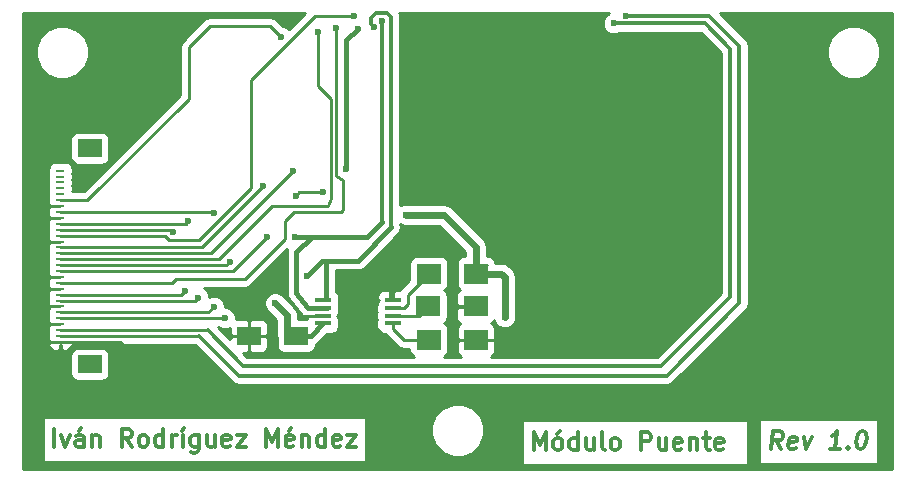
<source format=gbr>
G04 #@! TF.FileFunction,Copper,L1,Top,Signal*
%FSLAX46Y46*%
G04 Gerber Fmt 4.6, Leading zero omitted, Abs format (unit mm)*
G04 Created by KiCad (PCBNEW 4.0.7-e2-6376~60~ubuntu17.10.1) date Wed Mar 21 11:42:29 2018*
%MOMM*%
%LPD*%
G01*
G04 APERTURE LIST*
%ADD10C,0.100000*%
%ADD11C,0.300000*%
%ADD12R,2.000000X1.600000*%
%ADD13R,1.450000X0.450000*%
%ADD14R,2.000000X1.700000*%
%ADD15R,0.800000X0.200000*%
%ADD16R,2.000000X1.500000*%
%ADD17C,0.600000*%
%ADD18C,0.250000*%
%ADD19C,0.400000*%
%ADD20C,0.600000*%
%ADD21C,0.254000*%
G04 APERTURE END LIST*
D10*
D11*
X65012117Y2557389D02*
X64601402Y3271674D01*
X64154974Y2557389D02*
X64342474Y4057389D01*
X64913902Y4057389D01*
X65047831Y3985960D01*
X65110330Y3914531D01*
X65163902Y3771674D01*
X65137117Y3557389D01*
X65047830Y3414531D01*
X64967474Y3343103D01*
X64815687Y3271674D01*
X64244259Y3271674D01*
X66235330Y2628817D02*
X66083545Y2557389D01*
X65797831Y2557389D01*
X65663902Y2628817D01*
X65610330Y2771674D01*
X65681759Y3343103D01*
X65771045Y3485960D01*
X65922831Y3557389D01*
X66208545Y3557389D01*
X66342473Y3485960D01*
X66396045Y3343103D01*
X66378188Y3200246D01*
X65646045Y3057389D01*
X66922831Y3557389D02*
X67154974Y2557389D01*
X67637116Y3557389D01*
X70012116Y2557389D02*
X69154973Y2557389D01*
X69583545Y2557389D02*
X69771045Y4057389D01*
X69601402Y3843103D01*
X69440687Y3700246D01*
X69288901Y3628817D01*
X70672830Y2700246D02*
X70735329Y2628817D01*
X70654973Y2557389D01*
X70592472Y2628817D01*
X70672830Y2700246D01*
X70654973Y2557389D01*
X71842473Y4057389D02*
X71985330Y4057389D01*
X72119258Y3985960D01*
X72181758Y3914531D01*
X72235330Y3771674D01*
X72271044Y3485960D01*
X72226401Y3128817D01*
X72119259Y2843103D01*
X72029973Y2700246D01*
X71949615Y2628817D01*
X71797830Y2557389D01*
X71654973Y2557389D01*
X71521044Y2628817D01*
X71458544Y2700246D01*
X71404973Y2843103D01*
X71369258Y3128817D01*
X71413901Y3485960D01*
X71521044Y3771674D01*
X71610329Y3914531D01*
X71690687Y3985960D01*
X71842473Y4057389D01*
X44072612Y2465949D02*
X44072612Y3965949D01*
X44572612Y2894520D01*
X45072612Y3965949D01*
X45072612Y2465949D01*
X46001184Y2465949D02*
X45858326Y2537377D01*
X45786898Y2608806D01*
X45715469Y2751663D01*
X45715469Y3180234D01*
X45786898Y3323091D01*
X45858326Y3394520D01*
X46001184Y3465949D01*
X46215469Y3465949D01*
X46358326Y3394520D01*
X46429755Y3323091D01*
X46501184Y3180234D01*
X46501184Y2751663D01*
X46429755Y2608806D01*
X46358326Y2537377D01*
X46215469Y2465949D01*
X46001184Y2465949D01*
X46286898Y4037377D02*
X46072612Y3823091D01*
X47786898Y2465949D02*
X47786898Y3965949D01*
X47786898Y2537377D02*
X47644041Y2465949D01*
X47358327Y2465949D01*
X47215469Y2537377D01*
X47144041Y2608806D01*
X47072612Y2751663D01*
X47072612Y3180234D01*
X47144041Y3323091D01*
X47215469Y3394520D01*
X47358327Y3465949D01*
X47644041Y3465949D01*
X47786898Y3394520D01*
X49144041Y3465949D02*
X49144041Y2465949D01*
X48501184Y3465949D02*
X48501184Y2680234D01*
X48572612Y2537377D01*
X48715470Y2465949D01*
X48929755Y2465949D01*
X49072612Y2537377D01*
X49144041Y2608806D01*
X50072613Y2465949D02*
X49929755Y2537377D01*
X49858327Y2680234D01*
X49858327Y3965949D01*
X50858327Y2465949D02*
X50715469Y2537377D01*
X50644041Y2608806D01*
X50572612Y2751663D01*
X50572612Y3180234D01*
X50644041Y3323091D01*
X50715469Y3394520D01*
X50858327Y3465949D01*
X51072612Y3465949D01*
X51215469Y3394520D01*
X51286898Y3323091D01*
X51358327Y3180234D01*
X51358327Y2751663D01*
X51286898Y2608806D01*
X51215469Y2537377D01*
X51072612Y2465949D01*
X50858327Y2465949D01*
X53144041Y2465949D02*
X53144041Y3965949D01*
X53715469Y3965949D01*
X53858327Y3894520D01*
X53929755Y3823091D01*
X54001184Y3680234D01*
X54001184Y3465949D01*
X53929755Y3323091D01*
X53858327Y3251663D01*
X53715469Y3180234D01*
X53144041Y3180234D01*
X55286898Y3465949D02*
X55286898Y2465949D01*
X54644041Y3465949D02*
X54644041Y2680234D01*
X54715469Y2537377D01*
X54858327Y2465949D01*
X55072612Y2465949D01*
X55215469Y2537377D01*
X55286898Y2608806D01*
X56572612Y2537377D02*
X56429755Y2465949D01*
X56144041Y2465949D01*
X56001184Y2537377D01*
X55929755Y2680234D01*
X55929755Y3251663D01*
X56001184Y3394520D01*
X56144041Y3465949D01*
X56429755Y3465949D01*
X56572612Y3394520D01*
X56644041Y3251663D01*
X56644041Y3108806D01*
X55929755Y2965949D01*
X57286898Y3465949D02*
X57286898Y2465949D01*
X57286898Y3323091D02*
X57358326Y3394520D01*
X57501184Y3465949D01*
X57715469Y3465949D01*
X57858326Y3394520D01*
X57929755Y3251663D01*
X57929755Y2465949D01*
X58429755Y3465949D02*
X59001184Y3465949D01*
X58644041Y3965949D02*
X58644041Y2680234D01*
X58715469Y2537377D01*
X58858327Y2465949D01*
X59001184Y2465949D01*
X60072612Y2537377D02*
X59929755Y2465949D01*
X59644041Y2465949D01*
X59501184Y2537377D01*
X59429755Y2680234D01*
X59429755Y3251663D01*
X59501184Y3394520D01*
X59644041Y3465949D01*
X59929755Y3465949D01*
X60072612Y3394520D01*
X60144041Y3251663D01*
X60144041Y3108806D01*
X59429755Y2965949D01*
X3480754Y2735189D02*
X3480754Y4235189D01*
X4052183Y3735189D02*
X4409326Y2735189D01*
X4766468Y3735189D01*
X5980754Y2735189D02*
X5980754Y3520903D01*
X5909325Y3663760D01*
X5766468Y3735189D01*
X5480754Y3735189D01*
X5337897Y3663760D01*
X5980754Y2806617D02*
X5837897Y2735189D01*
X5480754Y2735189D01*
X5337897Y2806617D01*
X5266468Y2949474D01*
X5266468Y3092331D01*
X5337897Y3235189D01*
X5480754Y3306617D01*
X5837897Y3306617D01*
X5980754Y3378046D01*
X5766468Y4306617D02*
X5552183Y4092331D01*
X6695040Y3735189D02*
X6695040Y2735189D01*
X6695040Y3592331D02*
X6766468Y3663760D01*
X6909326Y3735189D01*
X7123611Y3735189D01*
X7266468Y3663760D01*
X7337897Y3520903D01*
X7337897Y2735189D01*
X10052183Y2735189D02*
X9552183Y3449474D01*
X9195040Y2735189D02*
X9195040Y4235189D01*
X9766468Y4235189D01*
X9909326Y4163760D01*
X9980754Y4092331D01*
X10052183Y3949474D01*
X10052183Y3735189D01*
X9980754Y3592331D01*
X9909326Y3520903D01*
X9766468Y3449474D01*
X9195040Y3449474D01*
X10909326Y2735189D02*
X10766468Y2806617D01*
X10695040Y2878046D01*
X10623611Y3020903D01*
X10623611Y3449474D01*
X10695040Y3592331D01*
X10766468Y3663760D01*
X10909326Y3735189D01*
X11123611Y3735189D01*
X11266468Y3663760D01*
X11337897Y3592331D01*
X11409326Y3449474D01*
X11409326Y3020903D01*
X11337897Y2878046D01*
X11266468Y2806617D01*
X11123611Y2735189D01*
X10909326Y2735189D01*
X12695040Y2735189D02*
X12695040Y4235189D01*
X12695040Y2806617D02*
X12552183Y2735189D01*
X12266469Y2735189D01*
X12123611Y2806617D01*
X12052183Y2878046D01*
X11980754Y3020903D01*
X11980754Y3449474D01*
X12052183Y3592331D01*
X12123611Y3663760D01*
X12266469Y3735189D01*
X12552183Y3735189D01*
X12695040Y3663760D01*
X13409326Y2735189D02*
X13409326Y3735189D01*
X13409326Y3449474D02*
X13480754Y3592331D01*
X13552183Y3663760D01*
X13695040Y3735189D01*
X13837897Y3735189D01*
X14337897Y2735189D02*
X14337897Y3735189D01*
X14480754Y4306617D02*
X14266468Y4092331D01*
X15695040Y3735189D02*
X15695040Y2520903D01*
X15623611Y2378046D01*
X15552183Y2306617D01*
X15409326Y2235189D01*
X15195040Y2235189D01*
X15052183Y2306617D01*
X15695040Y2806617D02*
X15552183Y2735189D01*
X15266469Y2735189D01*
X15123611Y2806617D01*
X15052183Y2878046D01*
X14980754Y3020903D01*
X14980754Y3449474D01*
X15052183Y3592331D01*
X15123611Y3663760D01*
X15266469Y3735189D01*
X15552183Y3735189D01*
X15695040Y3663760D01*
X17052183Y3735189D02*
X17052183Y2735189D01*
X16409326Y3735189D02*
X16409326Y2949474D01*
X16480754Y2806617D01*
X16623612Y2735189D01*
X16837897Y2735189D01*
X16980754Y2806617D01*
X17052183Y2878046D01*
X18337897Y2806617D02*
X18195040Y2735189D01*
X17909326Y2735189D01*
X17766469Y2806617D01*
X17695040Y2949474D01*
X17695040Y3520903D01*
X17766469Y3663760D01*
X17909326Y3735189D01*
X18195040Y3735189D01*
X18337897Y3663760D01*
X18409326Y3520903D01*
X18409326Y3378046D01*
X17695040Y3235189D01*
X18909326Y3735189D02*
X19695040Y3735189D01*
X18909326Y2735189D01*
X19695040Y2735189D01*
X21409326Y2735189D02*
X21409326Y4235189D01*
X21909326Y3163760D01*
X22409326Y4235189D01*
X22409326Y2735189D01*
X23695040Y2806617D02*
X23552183Y2735189D01*
X23266469Y2735189D01*
X23123612Y2806617D01*
X23052183Y2949474D01*
X23052183Y3520903D01*
X23123612Y3663760D01*
X23266469Y3735189D01*
X23552183Y3735189D01*
X23695040Y3663760D01*
X23766469Y3520903D01*
X23766469Y3378046D01*
X23052183Y3235189D01*
X23552183Y4306617D02*
X23337898Y4092331D01*
X24409326Y3735189D02*
X24409326Y2735189D01*
X24409326Y3592331D02*
X24480754Y3663760D01*
X24623612Y3735189D01*
X24837897Y3735189D01*
X24980754Y3663760D01*
X25052183Y3520903D01*
X25052183Y2735189D01*
X26409326Y2735189D02*
X26409326Y4235189D01*
X26409326Y2806617D02*
X26266469Y2735189D01*
X25980755Y2735189D01*
X25837897Y2806617D01*
X25766469Y2878046D01*
X25695040Y3020903D01*
X25695040Y3449474D01*
X25766469Y3592331D01*
X25837897Y3663760D01*
X25980755Y3735189D01*
X26266469Y3735189D01*
X26409326Y3663760D01*
X27695040Y2806617D02*
X27552183Y2735189D01*
X27266469Y2735189D01*
X27123612Y2806617D01*
X27052183Y2949474D01*
X27052183Y3520903D01*
X27123612Y3663760D01*
X27266469Y3735189D01*
X27552183Y3735189D01*
X27695040Y3663760D01*
X27766469Y3520903D01*
X27766469Y3378046D01*
X27052183Y3235189D01*
X28266469Y3735189D02*
X29052183Y3735189D01*
X28266469Y2735189D01*
X29052183Y2735189D01*
D12*
X23960840Y12125960D03*
X19960840Y12125960D03*
D13*
X32114280Y13167720D03*
X32114280Y13817720D03*
X32114280Y14467720D03*
X32114280Y15117720D03*
X26214280Y15117720D03*
X26214280Y14467720D03*
X26214280Y13817720D03*
X26214280Y13167720D03*
D14*
X35185600Y17393920D03*
X39185600Y17393920D03*
X35144960Y14610080D03*
X39144960Y14610080D03*
X35185600Y11785600D03*
X39185600Y11785600D03*
D15*
X3987800Y11606960D03*
X3987800Y12106960D03*
X3987800Y12606960D03*
X3987800Y13106960D03*
X3987800Y13606960D03*
X3987800Y14106960D03*
X3987800Y14606960D03*
X3987800Y15106960D03*
X3987800Y15606960D03*
X3987800Y16106960D03*
X3987800Y16606960D03*
X3987800Y17106960D03*
X3987800Y17606960D03*
X3987800Y18106960D03*
X3987800Y18606960D03*
X3987800Y19106960D03*
X3987800Y19606960D03*
X3987800Y20106960D03*
X3987800Y20606960D03*
X3987800Y21106960D03*
X3987800Y21606960D03*
X3987800Y22106960D03*
X3987800Y22606960D03*
X3987800Y23106960D03*
X3987800Y23606960D03*
X3987800Y24106960D03*
X3987800Y24606960D03*
X3987800Y25106960D03*
X3987800Y25606960D03*
X3987800Y26106960D03*
D16*
X6487800Y9706960D03*
X6487800Y28006960D03*
D17*
X18724880Y15250160D03*
X9956800Y10688320D03*
X34076640Y20421600D03*
X51917600Y39237920D03*
X50840640Y38582600D03*
X17922240Y13609320D03*
X15666720Y15361920D03*
X14508480Y15935960D03*
X31211520Y38780720D03*
X23876000Y20502880D03*
X21518880Y20523200D03*
X30525720Y38247320D03*
X18308320Y18409920D03*
X24856440Y17216120D03*
X23713440Y26095960D03*
X28209240Y26273760D03*
X29179520Y38140640D03*
X26228040Y24277320D03*
X23906480Y23972520D03*
X21163280Y24810720D03*
X28849320Y39176960D03*
X14798040Y21803360D03*
X41620440Y13685520D03*
X22174200Y14889480D03*
X33279080Y22372320D03*
X16977360Y22545040D03*
X22697440Y37409120D03*
X16987520Y14589760D03*
X27340560Y38201600D03*
X13487400Y20878800D03*
X25786080Y37810440D03*
D18*
X9038160Y11606960D02*
X9956800Y10688320D01*
X3987800Y11606960D02*
X5157040Y11606960D01*
X5157040Y11606960D02*
X9038160Y11606960D01*
X31864280Y16047720D02*
X31864280Y15367720D01*
X31864280Y18209240D02*
X34076640Y20421600D01*
X31864280Y16047720D02*
X31864280Y18209240D01*
X31864280Y15367720D02*
X32114280Y15117720D01*
X26214280Y13817720D02*
X24399120Y13817720D01*
X24399120Y13817720D02*
X24063960Y14152880D01*
X3987800Y11606960D02*
X2738960Y11606960D01*
X2738960Y11606960D02*
X2692400Y11653520D01*
X3987800Y13106960D02*
X2829000Y13106960D01*
X2829000Y13106960D02*
X2799080Y13136880D01*
X3987800Y14606960D02*
X2953440Y14606960D01*
X2953440Y14606960D02*
X2941320Y14594840D01*
X3987800Y16106960D02*
X2375720Y16106960D01*
X2375720Y16106960D02*
X2357120Y16088360D01*
X3987800Y17106960D02*
X2583240Y17106960D01*
X2583240Y17106960D02*
X2570480Y17094200D01*
X3987800Y20106960D02*
X2169480Y20106960D01*
X2169480Y20106960D02*
X2143760Y20081240D01*
X3987800Y22106960D02*
X2955360Y22106960D01*
X2955360Y22106960D02*
X2865120Y22016720D01*
X3987800Y23106960D02*
X3030800Y23106960D01*
X3030800Y23106960D02*
X3012440Y23088600D01*
X3987800Y12106960D02*
X15731440Y12106960D01*
X51937920Y39217600D02*
X51917600Y39237920D01*
D11*
X58928000Y39217600D02*
X51937920Y39217600D01*
X61468000Y36677600D02*
X58928000Y39217600D01*
X61468000Y14904720D02*
X61468000Y36677600D01*
X55311040Y8747760D02*
X61468000Y14904720D01*
X19090640Y8747760D02*
X55311040Y8747760D01*
X15731440Y12106960D02*
X19090640Y8747760D01*
D18*
X3987800Y12606960D02*
X16450640Y12606960D01*
D11*
X58526680Y38582600D02*
X50840640Y38582600D01*
X60706000Y36403280D02*
X58526680Y38582600D01*
X60706000Y15438120D02*
X60706000Y36403280D01*
X54848760Y9580880D02*
X60706000Y15438120D01*
X19476720Y9580880D02*
X54848760Y9580880D01*
X16450640Y12606960D02*
X19476720Y9580880D01*
D18*
X3987800Y13606960D02*
X17919880Y13606960D01*
X17919880Y13606960D02*
X17922240Y13609320D01*
X15411760Y15106960D02*
X3987800Y15106960D01*
X15666720Y15361920D02*
X15411760Y15106960D01*
X3987800Y15606960D02*
X14179480Y15606960D01*
X14179480Y15606960D02*
X14508480Y15935960D01*
D19*
X26407120Y20462240D02*
X29107120Y20462240D01*
X29916120Y20462240D02*
X31211520Y21757640D01*
D11*
X31211520Y21757640D02*
X31211520Y38780720D01*
D19*
X29107120Y20462240D02*
X29916120Y20462240D01*
D18*
X3987800Y17606960D02*
X18602640Y17606960D01*
D19*
X23916640Y20462240D02*
X26407120Y20462240D01*
D18*
X23876000Y20502880D02*
X23916640Y20462240D01*
X18602640Y17606960D02*
X21518880Y20523200D01*
X26407120Y20462240D02*
X25257760Y20462240D01*
D19*
X24985980Y14470380D02*
X26522700Y14470380D01*
X23977600Y15727680D02*
X24985980Y14470380D01*
X23977600Y19182080D02*
X23977600Y15727680D01*
X25257760Y20462240D02*
X23977600Y19182080D01*
X26845260Y18491200D02*
X26131520Y18491200D01*
D18*
X26131520Y18491200D02*
X26447760Y18491200D01*
D19*
X26447760Y16064240D02*
X26447760Y15351200D01*
D18*
X26447760Y15351200D02*
X26214280Y15117720D01*
D19*
X26447760Y18491200D02*
X26845260Y18491200D01*
X26845260Y18491200D02*
X29147760Y18491200D01*
D11*
X30525720Y38247320D02*
X30251400Y38521640D01*
X30251400Y38521640D02*
X30251400Y39009320D01*
X30251400Y39009320D02*
X30678120Y39436040D01*
X30678120Y39436040D02*
X31638240Y39436040D01*
X31638240Y39436040D02*
X31983680Y39090600D01*
X31983680Y39090600D02*
X31983680Y21327120D01*
D19*
X31983680Y21327120D02*
X29147760Y18491200D01*
D18*
X3987800Y18106960D02*
X18005360Y18106960D01*
X18005360Y18106960D02*
X18308320Y18409920D01*
D19*
X24856440Y17216120D02*
X26131520Y18491200D01*
X26447760Y18491200D02*
X26447760Y16064240D01*
D18*
X26447760Y16064240D02*
X26464280Y16047720D01*
X3987800Y19106960D02*
X16724440Y19106960D01*
X16724440Y19106960D02*
X23713440Y26095960D01*
D19*
X28209240Y37170360D02*
X28209240Y26273760D01*
X29179520Y38140640D02*
X28209240Y37170360D01*
D18*
X3987800Y19606960D02*
X15959520Y19606960D01*
X24211280Y24277320D02*
X26228040Y24277320D01*
X23906480Y23972520D02*
X24211280Y24277320D01*
X15959520Y19606960D02*
X21163280Y24810720D01*
X3987800Y20606960D02*
X12804200Y20606960D01*
X25532080Y39176960D02*
X28849320Y39176960D01*
X20162520Y33807400D02*
X25532080Y39176960D01*
X20162520Y24638000D02*
X20162520Y33807400D01*
X15742920Y20218400D02*
X20162520Y24638000D01*
X13192760Y20218400D02*
X15742920Y20218400D01*
X12804200Y20606960D02*
X13192760Y20218400D01*
X3987800Y21606960D02*
X14601640Y21606960D01*
X14601640Y21606960D02*
X14798040Y21803360D01*
D20*
X41330880Y17393920D02*
X41620440Y17104360D01*
X39185600Y17393920D02*
X41330880Y17393920D01*
X23210840Y13852840D02*
X22174200Y14889480D01*
X41620440Y17104360D02*
X41620440Y13685520D01*
X23210840Y13852840D02*
X23210840Y12125960D01*
X39185600Y17393920D02*
X39185600Y19640800D01*
X36454080Y22372320D02*
X33279080Y22372320D01*
X39185600Y19640800D02*
X36454080Y22372320D01*
D19*
X23960840Y12125960D02*
X25172520Y12125960D01*
X25172520Y12125960D02*
X26214280Y13167720D01*
D18*
X3987800Y22606960D02*
X16915440Y22606960D01*
X16915440Y22606960D02*
X16977360Y22545040D01*
X38535600Y17393920D02*
X39375080Y17393920D01*
X39375080Y17393920D02*
X40106600Y18125440D01*
X3987800Y23606960D02*
X6279080Y23606960D01*
X21767800Y38338760D02*
X22697440Y37409120D01*
X16631920Y38338760D02*
X21767800Y38338760D01*
X14874240Y36581080D02*
X16631920Y38338760D01*
X14874240Y32202120D02*
X14874240Y36581080D01*
X6279080Y23606960D02*
X14874240Y32202120D01*
X32114280Y13167720D02*
X32114280Y12711640D01*
X33040320Y11785600D02*
X35185600Y11785600D01*
X32114280Y12711640D02*
X33040320Y11785600D01*
X35627320Y11993880D02*
X35835600Y11785600D01*
X32114280Y13817720D02*
X34352600Y13817720D01*
X34352600Y13817720D02*
X35144960Y14610080D01*
X35342840Y14157960D02*
X35794960Y14610080D01*
X32114280Y14467720D02*
X33042740Y14467720D01*
X33398460Y15606780D02*
X35185600Y17393920D01*
X33398460Y14823440D02*
X33398460Y15606780D01*
X33042740Y14467720D02*
X33398460Y14823440D01*
X3987800Y14106960D02*
X16504720Y14106960D01*
X16504720Y14106960D02*
X16987520Y14589760D01*
X27538680Y22580600D02*
X27736800Y22580600D01*
X13457360Y16606960D02*
X13776960Y16926560D01*
X13776960Y16926560D02*
X19588480Y16926560D01*
X19588480Y16926560D02*
X22997160Y20335240D01*
X22997160Y20335240D02*
X22997160Y21833840D01*
X22997160Y21833840D02*
X23743920Y22580600D01*
X23743920Y22580600D02*
X27538680Y22580600D01*
X3987800Y16606960D02*
X13457360Y16606960D01*
X27340560Y25674320D02*
X27340560Y38201600D01*
X27950160Y25308560D02*
X27340560Y25674320D01*
X27950160Y22793960D02*
X27950160Y25308560D01*
X27736800Y22580600D02*
X27950160Y22793960D01*
X3987800Y21106960D02*
X13259240Y21106960D01*
X13259240Y21106960D02*
X13487400Y20878800D01*
X3987800Y18606960D02*
X17408080Y18606960D01*
X25786080Y33284160D02*
X25786080Y37810440D01*
X26863040Y32146240D02*
X25786080Y33284160D01*
X26863040Y23774400D02*
X26863040Y32146240D01*
X26639520Y23124160D02*
X26863040Y23774400D01*
X21925280Y23124160D02*
X26639520Y23124160D01*
X17408080Y18606960D02*
X21925280Y23124160D01*
D21*
G36*
X23354588Y38074270D02*
X23227767Y38201312D01*
X22884239Y38343958D01*
X22837364Y38343999D01*
X22305201Y38876161D01*
X22058639Y39040908D01*
X21767800Y39098760D01*
X16631920Y39098760D01*
X16341081Y39040908D01*
X16094519Y38876161D01*
X14336839Y37118481D01*
X14172092Y36871919D01*
X14114240Y36581080D01*
X14114240Y32516922D01*
X5964278Y24366960D01*
X5006889Y24366960D01*
X5035240Y24506960D01*
X5035240Y24706960D01*
X5005979Y24862467D01*
X5035240Y25006960D01*
X5035240Y25206960D01*
X5005979Y25362467D01*
X5035240Y25506960D01*
X5035240Y25706960D01*
X5005979Y25862467D01*
X5035240Y26006960D01*
X5035240Y26206960D01*
X4990962Y26442277D01*
X4851890Y26658401D01*
X4639690Y26803391D01*
X4387800Y26854400D01*
X3587800Y26854400D01*
X3352483Y26810122D01*
X3136359Y26671050D01*
X2991369Y26458850D01*
X2940360Y26206960D01*
X2940360Y26006960D01*
X2969621Y25851453D01*
X2940360Y25706960D01*
X2940360Y25506960D01*
X2969621Y25351453D01*
X2940360Y25206960D01*
X2940360Y25006960D01*
X2969621Y24851453D01*
X2940360Y24706960D01*
X2940360Y24506960D01*
X2969621Y24351453D01*
X2940360Y24206960D01*
X2940360Y24006960D01*
X2969621Y23851453D01*
X2940360Y23706960D01*
X2940360Y23506960D01*
X2966719Y23366873D01*
X2952800Y23333269D01*
X2952800Y23288710D01*
X3011298Y23230212D01*
X3091559Y23105483D01*
X3002002Y22974412D01*
X2952800Y22925210D01*
X2952800Y22880651D01*
X2968069Y22843789D01*
X2940360Y22706960D01*
X2940360Y22506960D01*
X2966719Y22366873D01*
X2952800Y22333269D01*
X2952800Y22288710D01*
X3011298Y22230212D01*
X3091559Y22105483D01*
X3002002Y21974412D01*
X2952800Y21925210D01*
X2952800Y21880651D01*
X2968069Y21843789D01*
X2940360Y21706960D01*
X2940360Y21506960D01*
X2969621Y21351453D01*
X2940360Y21206960D01*
X2940360Y21006960D01*
X2969621Y20851453D01*
X2940360Y20706960D01*
X2940360Y20506960D01*
X2966719Y20366873D01*
X2952800Y20333269D01*
X2952800Y20288710D01*
X3011298Y20230212D01*
X3091559Y20105483D01*
X3002002Y19974412D01*
X2952800Y19925210D01*
X2952800Y19880651D01*
X2968069Y19843789D01*
X2940360Y19706960D01*
X2940360Y19506960D01*
X2969621Y19351453D01*
X2940360Y19206960D01*
X2940360Y19006960D01*
X2969621Y18851453D01*
X2940360Y18706960D01*
X2940360Y18506960D01*
X2969621Y18351453D01*
X2940360Y18206960D01*
X2940360Y18006960D01*
X2969621Y17851453D01*
X2940360Y17706960D01*
X2940360Y17506960D01*
X2966719Y17366873D01*
X2952800Y17333269D01*
X2952800Y17288710D01*
X3011298Y17230212D01*
X3091559Y17105483D01*
X3002002Y16974412D01*
X2952800Y16925210D01*
X2952800Y16880651D01*
X2968069Y16843789D01*
X2940360Y16706960D01*
X2940360Y16506960D01*
X2966719Y16366873D01*
X2952800Y16333269D01*
X2952800Y16288710D01*
X3011298Y16230212D01*
X3091559Y16105483D01*
X3002002Y15974412D01*
X2952800Y15925210D01*
X2952800Y15880651D01*
X2968069Y15843789D01*
X2940360Y15706960D01*
X2940360Y15506960D01*
X2969621Y15351453D01*
X2940360Y15206960D01*
X2940360Y15006960D01*
X2966719Y14866873D01*
X2952800Y14833269D01*
X2952800Y14788710D01*
X3011298Y14730212D01*
X3091559Y14605483D01*
X3002002Y14474412D01*
X2952800Y14425210D01*
X2952800Y14380651D01*
X2968069Y14343789D01*
X2940360Y14206960D01*
X2940360Y14006960D01*
X2969621Y13851453D01*
X2940360Y13706960D01*
X2940360Y13506960D01*
X2966719Y13366873D01*
X2952800Y13333269D01*
X2952800Y13288710D01*
X3011298Y13230212D01*
X3091559Y13105483D01*
X3002002Y12974412D01*
X2952800Y12925210D01*
X2952800Y12880651D01*
X2968069Y12843789D01*
X2940360Y12706960D01*
X2940360Y12506960D01*
X2969621Y12351453D01*
X2940360Y12206960D01*
X2940360Y12006960D01*
X2966719Y11866873D01*
X2952800Y11833269D01*
X2952800Y11788710D01*
X3011298Y11730212D01*
X3107813Y11580223D01*
X2952800Y11425210D01*
X2952800Y11380651D01*
X3049473Y11147262D01*
X3228101Y10968633D01*
X3461490Y10871960D01*
X3806050Y10871960D01*
X3964800Y11030710D01*
X3964800Y11351535D01*
X3987800Y11346960D01*
X4010800Y11346960D01*
X4010800Y11030710D01*
X4169550Y10871960D01*
X4514110Y10871960D01*
X4747499Y10968633D01*
X4926127Y11147262D01*
X5008845Y11346960D01*
X15381282Y11346960D01*
X18535561Y8192681D01*
X18790233Y8022515D01*
X19090640Y7962760D01*
X55311040Y7962760D01*
X55611447Y8022515D01*
X55866119Y8192681D01*
X62023079Y14349641D01*
X62193245Y14604313D01*
X62253000Y14904720D01*
X62253000Y35694341D01*
X68904453Y35694341D01*
X69243995Y34872588D01*
X69872161Y34243324D01*
X70693321Y33902349D01*
X71582459Y33901573D01*
X72404212Y34241115D01*
X73033476Y34869281D01*
X73374451Y35690441D01*
X73375227Y36579579D01*
X73035685Y37401332D01*
X72407519Y38030596D01*
X71586359Y38371571D01*
X70697221Y38372347D01*
X69875468Y38032805D01*
X69246204Y37404639D01*
X68905229Y36583479D01*
X68904453Y35694341D01*
X62253000Y35694341D01*
X62253000Y36677600D01*
X62193245Y36978006D01*
X62023079Y37232679D01*
X59828798Y39426960D01*
X74429840Y39426960D01*
X74429840Y846960D01*
X849840Y846960D01*
X849840Y5248760D01*
X2488611Y5248760D01*
X2488611Y1428760D01*
X29901469Y1428760D01*
X29901469Y3694341D01*
X35404453Y3694341D01*
X35743995Y2872588D01*
X36372161Y2243324D01*
X37193321Y1902349D01*
X38082459Y1901573D01*
X38904212Y2241115D01*
X39533476Y2869281D01*
X39874451Y3690441D01*
X39875227Y4579579D01*
X39709975Y4979520D01*
X43080469Y4979520D01*
X43080469Y1159520D01*
X62207612Y1159520D01*
X62207612Y4979520D01*
X43080469Y4979520D01*
X39709975Y4979520D01*
X39672193Y5070960D01*
X63153902Y5070960D01*
X63153902Y1250960D01*
X73254258Y1250960D01*
X73254258Y5070960D01*
X63153902Y5070960D01*
X39672193Y5070960D01*
X39535685Y5401332D01*
X38907519Y6030596D01*
X38086359Y6371571D01*
X37197221Y6372347D01*
X36375468Y6032805D01*
X35746204Y5404639D01*
X35405229Y4583479D01*
X35404453Y3694341D01*
X29901469Y3694341D01*
X29901469Y5248760D01*
X2488611Y5248760D01*
X849840Y5248760D01*
X849840Y10456960D01*
X4840360Y10456960D01*
X4840360Y8956960D01*
X4884638Y8721643D01*
X5023710Y8505519D01*
X5235910Y8360529D01*
X5487800Y8309520D01*
X7487800Y8309520D01*
X7723117Y8353798D01*
X7939241Y8492870D01*
X8084231Y8705070D01*
X8135240Y8956960D01*
X8135240Y10456960D01*
X8090962Y10692277D01*
X7951890Y10908401D01*
X7739690Y11053391D01*
X7487800Y11104400D01*
X5487800Y11104400D01*
X5252483Y11060122D01*
X5036359Y10921050D01*
X4891369Y10708850D01*
X4840360Y10456960D01*
X849840Y10456960D01*
X849840Y28756960D01*
X4840360Y28756960D01*
X4840360Y27256960D01*
X4884638Y27021643D01*
X5023710Y26805519D01*
X5235910Y26660529D01*
X5487800Y26609520D01*
X7487800Y26609520D01*
X7723117Y26653798D01*
X7939241Y26792870D01*
X8084231Y27005070D01*
X8135240Y27256960D01*
X8135240Y28756960D01*
X8090962Y28992277D01*
X7951890Y29208401D01*
X7739690Y29353391D01*
X7487800Y29404400D01*
X5487800Y29404400D01*
X5252483Y29360122D01*
X5036359Y29221050D01*
X4891369Y29008850D01*
X4840360Y28756960D01*
X849840Y28756960D01*
X849840Y35694341D01*
X1904453Y35694341D01*
X2243995Y34872588D01*
X2872161Y34243324D01*
X3693321Y33902349D01*
X4582459Y33901573D01*
X5404212Y34241115D01*
X6033476Y34869281D01*
X6374451Y35690441D01*
X6375227Y36579579D01*
X6035685Y37401332D01*
X5407519Y38030596D01*
X4586359Y38371571D01*
X3697221Y38372347D01*
X2875468Y38032805D01*
X2246204Y37404639D01*
X1905229Y36583479D01*
X1904453Y35694341D01*
X849840Y35694341D01*
X849840Y39426960D01*
X24707278Y39426960D01*
X23354588Y38074270D01*
X23354588Y38074270D01*
G37*
X23354588Y38074270D02*
X23227767Y38201312D01*
X22884239Y38343958D01*
X22837364Y38343999D01*
X22305201Y38876161D01*
X22058639Y39040908D01*
X21767800Y39098760D01*
X16631920Y39098760D01*
X16341081Y39040908D01*
X16094519Y38876161D01*
X14336839Y37118481D01*
X14172092Y36871919D01*
X14114240Y36581080D01*
X14114240Y32516922D01*
X5964278Y24366960D01*
X5006889Y24366960D01*
X5035240Y24506960D01*
X5035240Y24706960D01*
X5005979Y24862467D01*
X5035240Y25006960D01*
X5035240Y25206960D01*
X5005979Y25362467D01*
X5035240Y25506960D01*
X5035240Y25706960D01*
X5005979Y25862467D01*
X5035240Y26006960D01*
X5035240Y26206960D01*
X4990962Y26442277D01*
X4851890Y26658401D01*
X4639690Y26803391D01*
X4387800Y26854400D01*
X3587800Y26854400D01*
X3352483Y26810122D01*
X3136359Y26671050D01*
X2991369Y26458850D01*
X2940360Y26206960D01*
X2940360Y26006960D01*
X2969621Y25851453D01*
X2940360Y25706960D01*
X2940360Y25506960D01*
X2969621Y25351453D01*
X2940360Y25206960D01*
X2940360Y25006960D01*
X2969621Y24851453D01*
X2940360Y24706960D01*
X2940360Y24506960D01*
X2969621Y24351453D01*
X2940360Y24206960D01*
X2940360Y24006960D01*
X2969621Y23851453D01*
X2940360Y23706960D01*
X2940360Y23506960D01*
X2966719Y23366873D01*
X2952800Y23333269D01*
X2952800Y23288710D01*
X3011298Y23230212D01*
X3091559Y23105483D01*
X3002002Y22974412D01*
X2952800Y22925210D01*
X2952800Y22880651D01*
X2968069Y22843789D01*
X2940360Y22706960D01*
X2940360Y22506960D01*
X2966719Y22366873D01*
X2952800Y22333269D01*
X2952800Y22288710D01*
X3011298Y22230212D01*
X3091559Y22105483D01*
X3002002Y21974412D01*
X2952800Y21925210D01*
X2952800Y21880651D01*
X2968069Y21843789D01*
X2940360Y21706960D01*
X2940360Y21506960D01*
X2969621Y21351453D01*
X2940360Y21206960D01*
X2940360Y21006960D01*
X2969621Y20851453D01*
X2940360Y20706960D01*
X2940360Y20506960D01*
X2966719Y20366873D01*
X2952800Y20333269D01*
X2952800Y20288710D01*
X3011298Y20230212D01*
X3091559Y20105483D01*
X3002002Y19974412D01*
X2952800Y19925210D01*
X2952800Y19880651D01*
X2968069Y19843789D01*
X2940360Y19706960D01*
X2940360Y19506960D01*
X2969621Y19351453D01*
X2940360Y19206960D01*
X2940360Y19006960D01*
X2969621Y18851453D01*
X2940360Y18706960D01*
X2940360Y18506960D01*
X2969621Y18351453D01*
X2940360Y18206960D01*
X2940360Y18006960D01*
X2969621Y17851453D01*
X2940360Y17706960D01*
X2940360Y17506960D01*
X2966719Y17366873D01*
X2952800Y17333269D01*
X2952800Y17288710D01*
X3011298Y17230212D01*
X3091559Y17105483D01*
X3002002Y16974412D01*
X2952800Y16925210D01*
X2952800Y16880651D01*
X2968069Y16843789D01*
X2940360Y16706960D01*
X2940360Y16506960D01*
X2966719Y16366873D01*
X2952800Y16333269D01*
X2952800Y16288710D01*
X3011298Y16230212D01*
X3091559Y16105483D01*
X3002002Y15974412D01*
X2952800Y15925210D01*
X2952800Y15880651D01*
X2968069Y15843789D01*
X2940360Y15706960D01*
X2940360Y15506960D01*
X2969621Y15351453D01*
X2940360Y15206960D01*
X2940360Y15006960D01*
X2966719Y14866873D01*
X2952800Y14833269D01*
X2952800Y14788710D01*
X3011298Y14730212D01*
X3091559Y14605483D01*
X3002002Y14474412D01*
X2952800Y14425210D01*
X2952800Y14380651D01*
X2968069Y14343789D01*
X2940360Y14206960D01*
X2940360Y14006960D01*
X2969621Y13851453D01*
X2940360Y13706960D01*
X2940360Y13506960D01*
X2966719Y13366873D01*
X2952800Y13333269D01*
X2952800Y13288710D01*
X3011298Y13230212D01*
X3091559Y13105483D01*
X3002002Y12974412D01*
X2952800Y12925210D01*
X2952800Y12880651D01*
X2968069Y12843789D01*
X2940360Y12706960D01*
X2940360Y12506960D01*
X2969621Y12351453D01*
X2940360Y12206960D01*
X2940360Y12006960D01*
X2966719Y11866873D01*
X2952800Y11833269D01*
X2952800Y11788710D01*
X3011298Y11730212D01*
X3107813Y11580223D01*
X2952800Y11425210D01*
X2952800Y11380651D01*
X3049473Y11147262D01*
X3228101Y10968633D01*
X3461490Y10871960D01*
X3806050Y10871960D01*
X3964800Y11030710D01*
X3964800Y11351535D01*
X3987800Y11346960D01*
X4010800Y11346960D01*
X4010800Y11030710D01*
X4169550Y10871960D01*
X4514110Y10871960D01*
X4747499Y10968633D01*
X4926127Y11147262D01*
X5008845Y11346960D01*
X15381282Y11346960D01*
X18535561Y8192681D01*
X18790233Y8022515D01*
X19090640Y7962760D01*
X55311040Y7962760D01*
X55611447Y8022515D01*
X55866119Y8192681D01*
X62023079Y14349641D01*
X62193245Y14604313D01*
X62253000Y14904720D01*
X62253000Y35694341D01*
X68904453Y35694341D01*
X69243995Y34872588D01*
X69872161Y34243324D01*
X70693321Y33902349D01*
X71582459Y33901573D01*
X72404212Y34241115D01*
X73033476Y34869281D01*
X73374451Y35690441D01*
X73375227Y36579579D01*
X73035685Y37401332D01*
X72407519Y38030596D01*
X71586359Y38371571D01*
X70697221Y38372347D01*
X69875468Y38032805D01*
X69246204Y37404639D01*
X68905229Y36583479D01*
X68904453Y35694341D01*
X62253000Y35694341D01*
X62253000Y36677600D01*
X62193245Y36978006D01*
X62023079Y37232679D01*
X59828798Y39426960D01*
X74429840Y39426960D01*
X74429840Y846960D01*
X849840Y846960D01*
X849840Y5248760D01*
X2488611Y5248760D01*
X2488611Y1428760D01*
X29901469Y1428760D01*
X29901469Y3694341D01*
X35404453Y3694341D01*
X35743995Y2872588D01*
X36372161Y2243324D01*
X37193321Y1902349D01*
X38082459Y1901573D01*
X38904212Y2241115D01*
X39533476Y2869281D01*
X39874451Y3690441D01*
X39875227Y4579579D01*
X39709975Y4979520D01*
X43080469Y4979520D01*
X43080469Y1159520D01*
X62207612Y1159520D01*
X62207612Y4979520D01*
X43080469Y4979520D01*
X39709975Y4979520D01*
X39672193Y5070960D01*
X63153902Y5070960D01*
X63153902Y1250960D01*
X73254258Y1250960D01*
X73254258Y5070960D01*
X63153902Y5070960D01*
X39672193Y5070960D01*
X39535685Y5401332D01*
X38907519Y6030596D01*
X38086359Y6371571D01*
X37197221Y6372347D01*
X36375468Y6032805D01*
X35746204Y5404639D01*
X35405229Y4583479D01*
X35404453Y3694341D01*
X29901469Y3694341D01*
X29901469Y5248760D01*
X2488611Y5248760D01*
X849840Y5248760D01*
X849840Y10456960D01*
X4840360Y10456960D01*
X4840360Y8956960D01*
X4884638Y8721643D01*
X5023710Y8505519D01*
X5235910Y8360529D01*
X5487800Y8309520D01*
X7487800Y8309520D01*
X7723117Y8353798D01*
X7939241Y8492870D01*
X8084231Y8705070D01*
X8135240Y8956960D01*
X8135240Y10456960D01*
X8090962Y10692277D01*
X7951890Y10908401D01*
X7739690Y11053391D01*
X7487800Y11104400D01*
X5487800Y11104400D01*
X5252483Y11060122D01*
X5036359Y10921050D01*
X4891369Y10708850D01*
X4840360Y10456960D01*
X849840Y10456960D01*
X849840Y28756960D01*
X4840360Y28756960D01*
X4840360Y27256960D01*
X4884638Y27021643D01*
X5023710Y26805519D01*
X5235910Y26660529D01*
X5487800Y26609520D01*
X7487800Y26609520D01*
X7723117Y26653798D01*
X7939241Y26792870D01*
X8084231Y27005070D01*
X8135240Y27256960D01*
X8135240Y28756960D01*
X8090962Y28992277D01*
X7951890Y29208401D01*
X7739690Y29353391D01*
X7487800Y29404400D01*
X5487800Y29404400D01*
X5252483Y29360122D01*
X5036359Y29221050D01*
X4891369Y29008850D01*
X4840360Y28756960D01*
X849840Y28756960D01*
X849840Y35694341D01*
X1904453Y35694341D01*
X2243995Y34872588D01*
X2872161Y34243324D01*
X3693321Y33902349D01*
X4582459Y33901573D01*
X5404212Y34241115D01*
X6033476Y34869281D01*
X6374451Y35690441D01*
X6375227Y36579579D01*
X6035685Y37401332D01*
X5407519Y38030596D01*
X4586359Y38371571D01*
X3697221Y38372347D01*
X2875468Y38032805D01*
X2246204Y37404639D01*
X1905229Y36583479D01*
X1904453Y35694341D01*
X849840Y35694341D01*
X849840Y39426960D01*
X24707278Y39426960D01*
X23354588Y38074270D01*
G36*
X50311697Y39375717D02*
X50048448Y39112927D01*
X49905802Y38769399D01*
X49905478Y38397433D01*
X50047523Y38053657D01*
X50310313Y37790408D01*
X50653841Y37647762D01*
X51025807Y37647438D01*
X51369583Y37789483D01*
X51377714Y37797600D01*
X58201522Y37797600D01*
X59921000Y36078122D01*
X59921000Y15763278D01*
X54523602Y10365880D01*
X40469509Y10365880D01*
X40545298Y10397273D01*
X40723927Y10575901D01*
X40820600Y10809290D01*
X40820600Y11603850D01*
X40661850Y11762600D01*
X39208600Y11762600D01*
X39208600Y11742600D01*
X39162600Y11742600D01*
X39162600Y11762600D01*
X37709350Y11762600D01*
X37550600Y11603850D01*
X37550600Y10809290D01*
X37647273Y10575901D01*
X37825902Y10397273D01*
X37901691Y10365880D01*
X36472887Y10365880D01*
X36637041Y10471510D01*
X36782031Y10683710D01*
X36833040Y10935600D01*
X36833040Y12635600D01*
X36788762Y12870917D01*
X36649690Y13087041D01*
X36466356Y13212308D01*
X36596401Y13295990D01*
X36741391Y13508190D01*
X36792400Y13760080D01*
X36792400Y15460080D01*
X36748122Y15695397D01*
X36609050Y15911521D01*
X36495768Y15988923D01*
X36637041Y16079830D01*
X36782031Y16292030D01*
X36833040Y16543920D01*
X36833040Y18243920D01*
X36788762Y18479237D01*
X36649690Y18695361D01*
X36437490Y18840351D01*
X36185600Y18891360D01*
X34185600Y18891360D01*
X33950283Y18847082D01*
X33734159Y18708010D01*
X33589169Y18495810D01*
X33538160Y18243920D01*
X33538160Y16821282D01*
X32861059Y16144181D01*
X32749834Y15977720D01*
X32296030Y15977720D01*
X32137280Y15818970D01*
X32137280Y15340160D01*
X32091280Y15340160D01*
X32091280Y15818970D01*
X31932530Y15977720D01*
X31262971Y15977720D01*
X31029582Y15881047D01*
X30850953Y15702419D01*
X30754280Y15469030D01*
X30754280Y15299470D01*
X30913030Y15140720D01*
X30926845Y15140720D01*
X30857414Y15039104D01*
X30754280Y14935970D01*
X30754280Y14766410D01*
X30755947Y14762385D01*
X30741840Y14692720D01*
X30741840Y14242720D01*
X30761347Y14139049D01*
X30741840Y14042720D01*
X30741840Y13592720D01*
X30761347Y13489049D01*
X30741840Y13392720D01*
X30741840Y12942720D01*
X30786118Y12707403D01*
X30925190Y12491279D01*
X31137390Y12346289D01*
X31389280Y12295280D01*
X31496002Y12295280D01*
X31576879Y12174239D01*
X32502919Y11248199D01*
X32749480Y11083452D01*
X33040320Y11025600D01*
X33538160Y11025600D01*
X33538160Y10935600D01*
X33582438Y10700283D01*
X33721510Y10484159D01*
X33894617Y10365880D01*
X19801878Y10365880D01*
X19476798Y10690960D01*
X19779090Y10690960D01*
X19937840Y10849710D01*
X19937840Y12102960D01*
X19983840Y12102960D01*
X19983840Y10849710D01*
X20142590Y10690960D01*
X21087149Y10690960D01*
X21320538Y10787633D01*
X21499167Y10966261D01*
X21595840Y11199650D01*
X21595840Y11944210D01*
X21437090Y12102960D01*
X19983840Y12102960D01*
X19937840Y12102960D01*
X18484590Y12102960D01*
X18325840Y11944210D01*
X18325840Y11841918D01*
X17320798Y12846960D01*
X17362133Y12846960D01*
X17391913Y12817128D01*
X17735441Y12674482D01*
X18107407Y12674158D01*
X18325840Y12764412D01*
X18325840Y12307710D01*
X18484590Y12148960D01*
X19937840Y12148960D01*
X19937840Y13402210D01*
X19983840Y13402210D01*
X19983840Y12148960D01*
X21437090Y12148960D01*
X21595840Y12307710D01*
X21595840Y13052270D01*
X21499167Y13285659D01*
X21320538Y13464287D01*
X21087149Y13560960D01*
X20142590Y13560960D01*
X19983840Y13402210D01*
X19937840Y13402210D01*
X19779090Y13560960D01*
X18857199Y13560960D01*
X18857402Y13794487D01*
X18715357Y14138263D01*
X18452567Y14401512D01*
X18109039Y14544158D01*
X17922481Y14544321D01*
X17922682Y14774927D01*
X17780637Y15118703D01*
X17517847Y15381952D01*
X17174319Y15524598D01*
X16802353Y15524922D01*
X16601791Y15442051D01*
X16601882Y15547087D01*
X16459837Y15890863D01*
X16197047Y16154112D01*
X16167069Y16166560D01*
X19588480Y16166560D01*
X19879319Y16224412D01*
X20125881Y16389159D01*
X23198170Y19461448D01*
X23142600Y19182080D01*
X23142600Y15727680D01*
X23165630Y15611903D01*
X23175878Y15494299D01*
X23197162Y15453378D01*
X23206161Y15408139D01*
X23271745Y15309986D01*
X23326217Y15205258D01*
X24334597Y13947957D01*
X24369922Y13918296D01*
X24395546Y13879946D01*
X24493699Y13814362D01*
X24584104Y13738451D01*
X24628088Y13724566D01*
X24666439Y13698941D01*
X24782216Y13675911D01*
X24867347Y13649037D01*
X24854280Y13635970D01*
X24854280Y13573400D01*
X24145840Y13573400D01*
X24145840Y13852840D01*
X24074667Y14210649D01*
X23871985Y14513985D01*
X22835636Y15550334D01*
X22704527Y15681672D01*
X22360999Y15824318D01*
X21989033Y15824642D01*
X21645257Y15682597D01*
X21382008Y15419807D01*
X21239362Y15076279D01*
X21239038Y14704313D01*
X21381083Y14360537D01*
X21643873Y14097288D01*
X21644265Y14097125D01*
X22275840Y13465550D01*
X22275840Y12125960D01*
X22313400Y11937134D01*
X22313400Y11325960D01*
X22357678Y11090643D01*
X22496750Y10874519D01*
X22708950Y10729529D01*
X22960840Y10678520D01*
X24960840Y10678520D01*
X25196157Y10722798D01*
X25412281Y10861870D01*
X25557271Y11074070D01*
X25608280Y11325960D01*
X25608280Y11432176D01*
X25762954Y11535526D01*
X26522708Y12295280D01*
X26939280Y12295280D01*
X27174597Y12339558D01*
X27390721Y12478630D01*
X27535711Y12690830D01*
X27586720Y12942720D01*
X27586720Y13392720D01*
X27573300Y13464043D01*
X27574280Y13466410D01*
X27574280Y13635970D01*
X27470659Y13739591D01*
X27418951Y13819947D01*
X27471146Y13896336D01*
X27574280Y13999470D01*
X27574280Y14169030D01*
X27572613Y14173055D01*
X27586720Y14242720D01*
X27586720Y14692720D01*
X27567213Y14796391D01*
X27586720Y14892720D01*
X27586720Y15342720D01*
X27542442Y15578037D01*
X27403370Y15794161D01*
X27282760Y15876570D01*
X27282760Y17656200D01*
X29147760Y17656200D01*
X29467301Y17719761D01*
X29738194Y17900766D01*
X32574114Y20736686D01*
X32755120Y21007580D01*
X32818680Y21327120D01*
X32770119Y21571256D01*
X33092281Y21437482D01*
X33464247Y21437158D01*
X33464639Y21437320D01*
X36066790Y21437320D01*
X38250600Y19253510D01*
X38250600Y18891360D01*
X38185600Y18891360D01*
X37950283Y18847082D01*
X37734159Y18708010D01*
X37589169Y18495810D01*
X37538160Y18243920D01*
X37538160Y16543920D01*
X37582438Y16308603D01*
X37721510Y16092479D01*
X37831287Y16017471D01*
X37785262Y15998407D01*
X37606633Y15819779D01*
X37509960Y15586390D01*
X37509960Y14791830D01*
X37668710Y14633080D01*
X39121960Y14633080D01*
X39121960Y14653080D01*
X39167960Y14653080D01*
X39167960Y14633080D01*
X39187960Y14633080D01*
X39187960Y14587080D01*
X39167960Y14587080D01*
X39167960Y14567080D01*
X39121960Y14567080D01*
X39121960Y14587080D01*
X37668710Y14587080D01*
X37509960Y14428330D01*
X37509960Y13633770D01*
X37606633Y13400381D01*
X37785262Y13221753D01*
X37863313Y13189423D01*
X37825902Y13173927D01*
X37647273Y12995299D01*
X37550600Y12761910D01*
X37550600Y11967350D01*
X37709350Y11808600D01*
X39162600Y11808600D01*
X39162600Y11828600D01*
X39208600Y11828600D01*
X39208600Y11808600D01*
X40661850Y11808600D01*
X40820600Y11967350D01*
X40820600Y12761910D01*
X40723927Y12995299D01*
X40545298Y13173927D01*
X40467247Y13206257D01*
X40504658Y13221753D01*
X40683287Y13400381D01*
X40704963Y13452711D01*
X40827323Y13156577D01*
X41090113Y12893328D01*
X41433641Y12750682D01*
X41805607Y12750358D01*
X42149383Y12892403D01*
X42412632Y13155193D01*
X42555278Y13498721D01*
X42555602Y13870687D01*
X42555440Y13871079D01*
X42555440Y17104360D01*
X42484267Y17462169D01*
X42281585Y17765505D01*
X41992025Y18055065D01*
X41688689Y18257747D01*
X41330880Y18328920D01*
X40826125Y18328920D01*
X40808748Y18416280D01*
X40797417Y18433238D01*
X40788762Y18479237D01*
X40649690Y18695361D01*
X40437490Y18840351D01*
X40185600Y18891360D01*
X40120600Y18891360D01*
X40120600Y19640800D01*
X40049427Y19998609D01*
X39846745Y20301945D01*
X37115225Y23033465D01*
X36811889Y23236147D01*
X36454080Y23307320D01*
X33279896Y23307320D01*
X33093913Y23307482D01*
X32768680Y23173099D01*
X32768680Y39090600D01*
X32708925Y39391006D01*
X32684901Y39426960D01*
X50435715Y39426960D01*
X50311697Y39375717D01*
X50311697Y39375717D01*
G37*
X50311697Y39375717D02*
X50048448Y39112927D01*
X49905802Y38769399D01*
X49905478Y38397433D01*
X50047523Y38053657D01*
X50310313Y37790408D01*
X50653841Y37647762D01*
X51025807Y37647438D01*
X51369583Y37789483D01*
X51377714Y37797600D01*
X58201522Y37797600D01*
X59921000Y36078122D01*
X59921000Y15763278D01*
X54523602Y10365880D01*
X40469509Y10365880D01*
X40545298Y10397273D01*
X40723927Y10575901D01*
X40820600Y10809290D01*
X40820600Y11603850D01*
X40661850Y11762600D01*
X39208600Y11762600D01*
X39208600Y11742600D01*
X39162600Y11742600D01*
X39162600Y11762600D01*
X37709350Y11762600D01*
X37550600Y11603850D01*
X37550600Y10809290D01*
X37647273Y10575901D01*
X37825902Y10397273D01*
X37901691Y10365880D01*
X36472887Y10365880D01*
X36637041Y10471510D01*
X36782031Y10683710D01*
X36833040Y10935600D01*
X36833040Y12635600D01*
X36788762Y12870917D01*
X36649690Y13087041D01*
X36466356Y13212308D01*
X36596401Y13295990D01*
X36741391Y13508190D01*
X36792400Y13760080D01*
X36792400Y15460080D01*
X36748122Y15695397D01*
X36609050Y15911521D01*
X36495768Y15988923D01*
X36637041Y16079830D01*
X36782031Y16292030D01*
X36833040Y16543920D01*
X36833040Y18243920D01*
X36788762Y18479237D01*
X36649690Y18695361D01*
X36437490Y18840351D01*
X36185600Y18891360D01*
X34185600Y18891360D01*
X33950283Y18847082D01*
X33734159Y18708010D01*
X33589169Y18495810D01*
X33538160Y18243920D01*
X33538160Y16821282D01*
X32861059Y16144181D01*
X32749834Y15977720D01*
X32296030Y15977720D01*
X32137280Y15818970D01*
X32137280Y15340160D01*
X32091280Y15340160D01*
X32091280Y15818970D01*
X31932530Y15977720D01*
X31262971Y15977720D01*
X31029582Y15881047D01*
X30850953Y15702419D01*
X30754280Y15469030D01*
X30754280Y15299470D01*
X30913030Y15140720D01*
X30926845Y15140720D01*
X30857414Y15039104D01*
X30754280Y14935970D01*
X30754280Y14766410D01*
X30755947Y14762385D01*
X30741840Y14692720D01*
X30741840Y14242720D01*
X30761347Y14139049D01*
X30741840Y14042720D01*
X30741840Y13592720D01*
X30761347Y13489049D01*
X30741840Y13392720D01*
X30741840Y12942720D01*
X30786118Y12707403D01*
X30925190Y12491279D01*
X31137390Y12346289D01*
X31389280Y12295280D01*
X31496002Y12295280D01*
X31576879Y12174239D01*
X32502919Y11248199D01*
X32749480Y11083452D01*
X33040320Y11025600D01*
X33538160Y11025600D01*
X33538160Y10935600D01*
X33582438Y10700283D01*
X33721510Y10484159D01*
X33894617Y10365880D01*
X19801878Y10365880D01*
X19476798Y10690960D01*
X19779090Y10690960D01*
X19937840Y10849710D01*
X19937840Y12102960D01*
X19983840Y12102960D01*
X19983840Y10849710D01*
X20142590Y10690960D01*
X21087149Y10690960D01*
X21320538Y10787633D01*
X21499167Y10966261D01*
X21595840Y11199650D01*
X21595840Y11944210D01*
X21437090Y12102960D01*
X19983840Y12102960D01*
X19937840Y12102960D01*
X18484590Y12102960D01*
X18325840Y11944210D01*
X18325840Y11841918D01*
X17320798Y12846960D01*
X17362133Y12846960D01*
X17391913Y12817128D01*
X17735441Y12674482D01*
X18107407Y12674158D01*
X18325840Y12764412D01*
X18325840Y12307710D01*
X18484590Y12148960D01*
X19937840Y12148960D01*
X19937840Y13402210D01*
X19983840Y13402210D01*
X19983840Y12148960D01*
X21437090Y12148960D01*
X21595840Y12307710D01*
X21595840Y13052270D01*
X21499167Y13285659D01*
X21320538Y13464287D01*
X21087149Y13560960D01*
X20142590Y13560960D01*
X19983840Y13402210D01*
X19937840Y13402210D01*
X19779090Y13560960D01*
X18857199Y13560960D01*
X18857402Y13794487D01*
X18715357Y14138263D01*
X18452567Y14401512D01*
X18109039Y14544158D01*
X17922481Y14544321D01*
X17922682Y14774927D01*
X17780637Y15118703D01*
X17517847Y15381952D01*
X17174319Y15524598D01*
X16802353Y15524922D01*
X16601791Y15442051D01*
X16601882Y15547087D01*
X16459837Y15890863D01*
X16197047Y16154112D01*
X16167069Y16166560D01*
X19588480Y16166560D01*
X19879319Y16224412D01*
X20125881Y16389159D01*
X23198170Y19461448D01*
X23142600Y19182080D01*
X23142600Y15727680D01*
X23165630Y15611903D01*
X23175878Y15494299D01*
X23197162Y15453378D01*
X23206161Y15408139D01*
X23271745Y15309986D01*
X23326217Y15205258D01*
X24334597Y13947957D01*
X24369922Y13918296D01*
X24395546Y13879946D01*
X24493699Y13814362D01*
X24584104Y13738451D01*
X24628088Y13724566D01*
X24666439Y13698941D01*
X24782216Y13675911D01*
X24867347Y13649037D01*
X24854280Y13635970D01*
X24854280Y13573400D01*
X24145840Y13573400D01*
X24145840Y13852840D01*
X24074667Y14210649D01*
X23871985Y14513985D01*
X22835636Y15550334D01*
X22704527Y15681672D01*
X22360999Y15824318D01*
X21989033Y15824642D01*
X21645257Y15682597D01*
X21382008Y15419807D01*
X21239362Y15076279D01*
X21239038Y14704313D01*
X21381083Y14360537D01*
X21643873Y14097288D01*
X21644265Y14097125D01*
X22275840Y13465550D01*
X22275840Y12125960D01*
X22313400Y11937134D01*
X22313400Y11325960D01*
X22357678Y11090643D01*
X22496750Y10874519D01*
X22708950Y10729529D01*
X22960840Y10678520D01*
X24960840Y10678520D01*
X25196157Y10722798D01*
X25412281Y10861870D01*
X25557271Y11074070D01*
X25608280Y11325960D01*
X25608280Y11432176D01*
X25762954Y11535526D01*
X26522708Y12295280D01*
X26939280Y12295280D01*
X27174597Y12339558D01*
X27390721Y12478630D01*
X27535711Y12690830D01*
X27586720Y12942720D01*
X27586720Y13392720D01*
X27573300Y13464043D01*
X27574280Y13466410D01*
X27574280Y13635970D01*
X27470659Y13739591D01*
X27418951Y13819947D01*
X27471146Y13896336D01*
X27574280Y13999470D01*
X27574280Y14169030D01*
X27572613Y14173055D01*
X27586720Y14242720D01*
X27586720Y14692720D01*
X27567213Y14796391D01*
X27586720Y14892720D01*
X27586720Y15342720D01*
X27542442Y15578037D01*
X27403370Y15794161D01*
X27282760Y15876570D01*
X27282760Y17656200D01*
X29147760Y17656200D01*
X29467301Y17719761D01*
X29738194Y17900766D01*
X32574114Y20736686D01*
X32755120Y21007580D01*
X32818680Y21327120D01*
X32770119Y21571256D01*
X33092281Y21437482D01*
X33464247Y21437158D01*
X33464639Y21437320D01*
X36066790Y21437320D01*
X38250600Y19253510D01*
X38250600Y18891360D01*
X38185600Y18891360D01*
X37950283Y18847082D01*
X37734159Y18708010D01*
X37589169Y18495810D01*
X37538160Y18243920D01*
X37538160Y16543920D01*
X37582438Y16308603D01*
X37721510Y16092479D01*
X37831287Y16017471D01*
X37785262Y15998407D01*
X37606633Y15819779D01*
X37509960Y15586390D01*
X37509960Y14791830D01*
X37668710Y14633080D01*
X39121960Y14633080D01*
X39121960Y14653080D01*
X39167960Y14653080D01*
X39167960Y14633080D01*
X39187960Y14633080D01*
X39187960Y14587080D01*
X39167960Y14587080D01*
X39167960Y14567080D01*
X39121960Y14567080D01*
X39121960Y14587080D01*
X37668710Y14587080D01*
X37509960Y14428330D01*
X37509960Y13633770D01*
X37606633Y13400381D01*
X37785262Y13221753D01*
X37863313Y13189423D01*
X37825902Y13173927D01*
X37647273Y12995299D01*
X37550600Y12761910D01*
X37550600Y11967350D01*
X37709350Y11808600D01*
X39162600Y11808600D01*
X39162600Y11828600D01*
X39208600Y11828600D01*
X39208600Y11808600D01*
X40661850Y11808600D01*
X40820600Y11967350D01*
X40820600Y12761910D01*
X40723927Y12995299D01*
X40545298Y13173927D01*
X40467247Y13206257D01*
X40504658Y13221753D01*
X40683287Y13400381D01*
X40704963Y13452711D01*
X40827323Y13156577D01*
X41090113Y12893328D01*
X41433641Y12750682D01*
X41805607Y12750358D01*
X42149383Y12892403D01*
X42412632Y13155193D01*
X42555278Y13498721D01*
X42555602Y13870687D01*
X42555440Y13871079D01*
X42555440Y17104360D01*
X42484267Y17462169D01*
X42281585Y17765505D01*
X41992025Y18055065D01*
X41688689Y18257747D01*
X41330880Y18328920D01*
X40826125Y18328920D01*
X40808748Y18416280D01*
X40797417Y18433238D01*
X40788762Y18479237D01*
X40649690Y18695361D01*
X40437490Y18840351D01*
X40185600Y18891360D01*
X40120600Y18891360D01*
X40120600Y19640800D01*
X40049427Y19998609D01*
X39846745Y20301945D01*
X37115225Y23033465D01*
X36811889Y23236147D01*
X36454080Y23307320D01*
X33279896Y23307320D01*
X33093913Y23307482D01*
X32768680Y23173099D01*
X32768680Y39090600D01*
X32708925Y39391006D01*
X32684901Y39426960D01*
X50435715Y39426960D01*
X50311697Y39375717D01*
M02*

</source>
